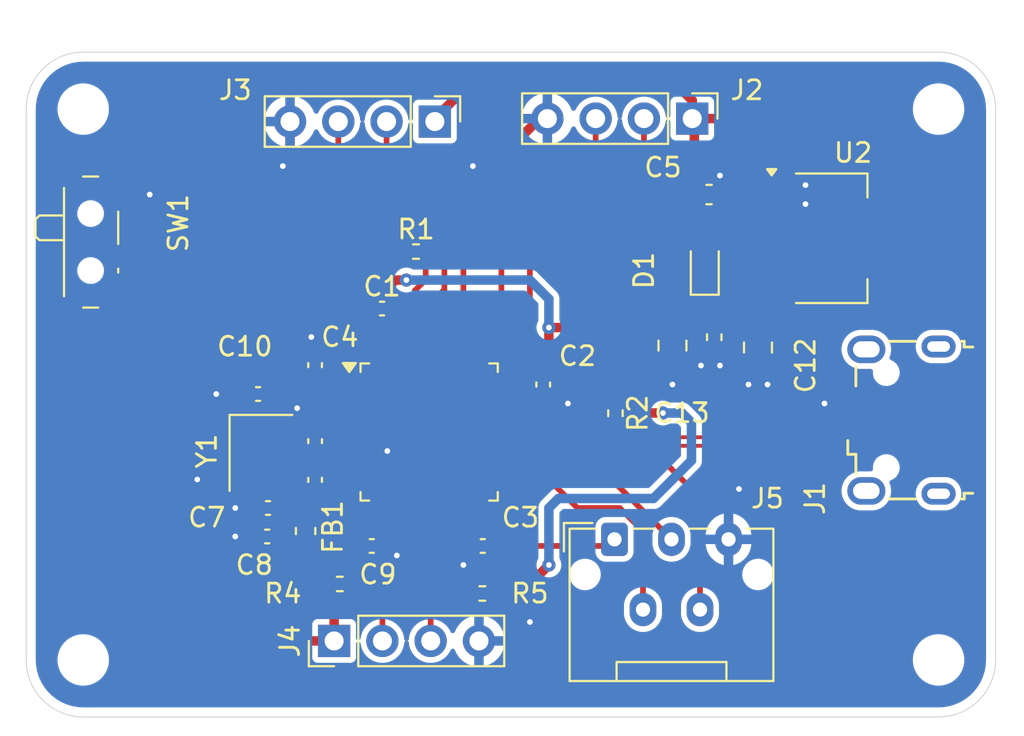
<source format=kicad_pcb>
(kicad_pcb (version 20240108) (generator "pcbnew") (generator_version "8.0")
  (layers (0 "F.Cu" signal) (31 "B.Cu" power) (34 "B.Paste" user) (35 "F.Paste" user) (36 "B.SilkS" user "B.Silkscreen") (37 "F.SilkS" user "F.Silkscreen") (38 "B.Mask" user) (39 "F.Mask" user) (44 "Edge.Cuts" user))
  (net 0 "")
  (net 1 "+3.3V")
  (net 2 "GND")
  (net 3 "+3.3VA")
  (net 4 "/NRST")
  (net 5 "/HSE_IN")
  (net 6 "/HSE_OUT")
  (net 7 "VBUS")
  (net 8 "Net-(D1-K)")
  (net 14 "/USB_D-")
  (net 15 "/USB_D+")
  (net 16 "/SWDIO")
  (net 17 "/SWCLK")
  (net 18 "/USART1_TX")
  (net 19 "/USART1_RX")
  (net 20 "/I2C2_SCL")
  (net 21 "/I2C2_SDA")
  (net 22 "/SPI2_MOSI")
  (net 23 "/SPI2_MISO")
  (net 24 "/SPI2_SCK")
  (net 25 "/BOOT0")
  (net 26 "/SW_BOOT0")
  (footprint "Package_TO_SOT_SMD:SOT-223-3_TabPin2" (layer "F.Cu") (at 190.85 112.8)
    (property "Reference" "U2" (at 1.15 -4.5 0) (layer "F.SilkS"))
    (property "Value" "AMS1117")
    (pad "1" smd roundrect (at -3.15 -2.3) (size 2 1.5) (layers "F.Cu" "F.Paste" "F.Mask") (net 2 "GND"))
    (pad "2" smd roundrect (at -3.15 0) (size 2 1.5) (layers "F.Cu" "F.Paste" "F.Mask") (net 1 "+3.3V"))
    (pad "2" smd roundrect (at 3.15 0) (size 2 3.8) (layers "F.Cu" "F.Paste" "F.Mask") (net 1 "+3.3V"))
    (pad "3" smd roundrect (at -3.15 2.3) (size 2 1.5) (layers "F.Cu" "F.Paste" "F.Mask") (net 7 "VBUS"))
  )
  (footprint "MountingHole:MountingHole_2.2mm_M2" (layer "F.Cu") (at 151.5 106)
    (property "Reference" "H1" (hide yes))
    (property "Value" "MountingHole" (hide yes))
    (pad "" np_thru_hole circle (at 0 0) (size 2.2 2.2) (drill 2.2) (layers "*.Cu" "*.Mask"))
  )
  (footprint "Capacitor_SMD:C_0402_1005Metric" (layer "F.Cu") (at 175.7 120.5 -90)
    (property "Reference" "C2" (at -1.5 -1.8 180) (layer "F.SilkS"))
    (property "Value" "100n")
    (pad "1" smd roundrect (at -0.48 0 270) (size 0.56 0.62) (layers "F.Cu" "F.Paste" "F.Mask") (net 1 "+3.3V"))
    (pad "2" smd roundrect (at 0.48 0 270) (size 0.56 0.62) (layers "F.Cu" "F.Paste" "F.Mask") (net 2 "GND"))
  )
  (footprint "Connector_PinHeader_2.54mm:PinHeader_1x04_P2.54mm_Vertical" (layer "F.Cu") (at 170 106.655 -90)
    (property "Reference" "J3" (at -1.655 10.5 0) (layer "F.SilkS"))
    (property "Value" "Conn_01x04_Pin")
    (pad "1" thru_hole rect (at 0 0 270) (size 1.7 1.7) (drill 1) (layers "*.Cu" "*.Mask") (net 1 "+3.3V"))
    (pad "2" thru_hole oval (at 0 2.54 270) (size 1.7 1.7) (drill 1) (layers "*.Cu" "*.Mask") (net 18 "/USART1_TX"))
    (pad "3" thru_hole oval (at 0 5.08 270) (size 1.7 1.7) (drill 1) (layers "*.Cu" "*.Mask") (net 19 "/USART1_RX"))
    (pad "4" thru_hole oval (at 0 7.62 270) (size 1.7 1.7) (drill 1) (layers "*.Cu" "*.Mask") (net 2 "GND"))
  )
  (footprint "Resistor_SMD:R_0402_1005Metric" (layer "F.Cu") (at 169.01 113.5)
    (property "Reference" "R1" (at 0 -1.17 0) (layer "F.SilkS"))
    (property "Value" "10k" (hide yes))
    (pad "1" smd roundrect (at -0.51 0) (size 0.54 0.64) (layers "F.Cu" "F.Paste" "F.Mask") (net 26 "/SW_BOOT0"))
    (pad "2" smd roundrect (at 0.51 0) (size 0.54 0.64) (layers "F.Cu" "F.Paste" "F.Mask") (net 25 "/BOOT0"))
  )
  (footprint "Package_QFP:LQFP-48_7x7mm_P0.5mm" (layer "F.Cu") (at 169.7 123)
    (property "Reference" "U1" (hide yes))
    (property "Value" "STM32F103C8T6" (hide yes))
    (pad "1" smd roundrect (at -4.1625 -2.75) (size 1.475 0.3) (layers "F.Cu" "F.Paste" "F.Mask") (net 1 "+3.3V"))
    (pad "2" smd roundrect (at -4.1625 -2.25) (size 1.475 0.3) (layers "F.Cu" "F.Paste" "F.Mask"))
    (pad "3" smd roundrect (at -4.1625 -1.75) (size 1.475 0.3) (layers "F.Cu" "F.Paste" "F.Mask"))
    (pad "4" smd roundrect (at -4.1625 -1.25) (size 1.475 0.3) (layers "F.Cu" "F.Paste" "F.Mask"))
    (pad "5" smd roundrect (at -4.1625 -0.75) (size 1.475 0.3) (layers "F.Cu" "F.Paste" "F.Mask") (net 5 "/HSE_IN"))
    (pad "6" smd roundrect (at -4.1625 -0.25) (size 1.475 0.3) (layers "F.Cu" "F.Paste" "F.Mask") (net 6 "/HSE_OUT"))
    (pad "7" smd roundrect (at -4.1625 0.25) (size 1.475 0.3) (layers "F.Cu" "F.Paste" "F.Mask") (net 4 "/NRST"))
    (pad "8" smd roundrect (at -4.1625 0.75) (size 1.475 0.3) (layers "F.Cu" "F.Paste" "F.Mask") (net 2 "GND"))
    (pad "9" smd roundrect (at -4.1625 1.25) (size 1.475 0.3) (layers "F.Cu" "F.Paste" "F.Mask") (net 3 "+3.3VA"))
    (pad "10" smd roundrect (at -4.1625 1.75) (size 1.475 0.3) (layers "F.Cu" "F.Paste" "F.Mask"))
    (pad "11" smd roundrect (at -4.1625 2.25) (size 1.475 0.3) (layers "F.Cu" "F.Paste" "F.Mask"))
    (pad "12" smd roundrect (at -4.1625 2.75) (size 1.475 0.3) (layers "F.Cu" "F.Paste" "F.Mask"))
    (pad "13" smd roundrect (at -2.75 4.1625) (size 0.3 1.475) (layers "F.Cu" "F.Paste" "F.Mask"))
    (pad "14" smd roundrect (at -2.25 4.1625) (size 0.3 1.475) (layers "F.Cu" "F.Paste" "F.Mask"))
    (pad "15" smd roundrect (at -1.75 4.1625) (size 0.3 1.475) (layers "F.Cu" "F.Paste" "F.Mask"))
    (pad "16" smd roundrect (at -1.25 4.1625) (size 0.3 1.475) (layers "F.Cu" "F.Paste" "F.Mask"))
    (pad "17" smd roundrect (at -0.75 4.1625) (size 0.3 1.475) (layers "F.Cu" "F.Paste" "F.Mask"))
    (pad "18" smd roundrect (at -0.25 4.1625) (size 0.3 1.475) (layers "F.Cu" "F.Paste" "F.Mask"))
    (pad "19" smd roundrect (at 0.25 4.1625) (size 0.3 1.475) (layers "F.Cu" "F.Paste" "F.Mask"))
    (pad "20" smd roundrect (at 0.75 4.1625) (size 0.3 1.475) (layers "F.Cu" "F.Paste" "F.Mask"))
    (pad "21" smd roundrect (at 1.25 4.1625) (size 0.3 1.475) (layers "F.Cu" "F.Paste" "F.Mask") (net 20 "/I2C2_SCL"))
    (pad "22" smd roundrect (at 1.75 4.1625) (size 0.3 1.475) (layers "F.Cu" "F.Paste" "F.Mask") (net 21 "/I2C2_SDA"))
    (pad "23" smd roundrect (at 2.25 4.1625) (size 0.3 1.475) (layers "F.Cu" "F.Paste" "F.Mask") (net 2 "GND"))
    (pad "24" smd roundrect (at 2.75 4.1625) (size 0.3 1.475) (layers "F.Cu" "F.Paste" "F.Mask") (net 1 "+3.3V"))
    (pad "25" smd roundrect (at 4.1625 2.75) (size 1.475 0.3) (layers "F.Cu" "F.Paste" "F.Mask"))
    (pad "26" smd roundrect (at 4.1625 2.25) (size 1.475 0.3) (layers "F.Cu" "F.Paste" "F.Mask") (net 24 "/SPI2_SCK"))
    (pad "27" smd roundrect (at 4.1625 1.75) (size 1.475 0.3) (layers "F.Cu" "F.Paste" "F.Mask") (net 23 "/SPI2_MISO"))
    (pad "28" smd roundrect (at 4.1625 1.25) (size 1.475 0.3) (layers "F.Cu" "F.Paste" "F.Mask") (net 22 "/SPI2_MOSI"))
    (pad "29" smd roundrect (at 4.1625 0.75) (size 1.475 0.3) (layers "F.Cu" "F.Paste" "F.Mask"))
    (pad "30" smd roundrect (at 4.1625 0.25) (size 1.475 0.3) (layers "F.Cu" "F.Paste" "F.Mask"))
    (pad "31" smd roundrect (at 4.1625 -0.25) (size 1.475 0.3) (layers "F.Cu" "F.Paste" "F.Mask"))
    (pad "32" smd roundrect (at 4.1625 -0.75) (size 1.475 0.3) (layers "F.Cu" "F.Paste" "F.Mask") (net 14 "/USB_D-"))
    (pad "33" smd roundrect (at 4.1625 -1.25) (size 1.475 0.3) (layers "F.Cu" "F.Paste" "F.Mask") (net 15 "/USB_D+"))
    (pad "34" smd roundrect (at 4.1625 -1.75) (size 1.475 0.3) (layers "F.Cu" "F.Paste" "F.Mask") (net 16 "/SWDIO"))
    (pad "35" smd roundrect (at 4.1625 -2.25) (size 1.475 0.3) (layers "F.Cu" "F.Paste" "F.Mask") (net 2 "GND"))
    (pad "36" smd roundrect (at 4.1625 -2.75) (size 1.475 0.3) (layers "F.Cu" "F.Paste" "F.Mask") (net 1 "+3.3V"))
    (pad "37" smd roundrect (at 2.75 -4.1625) (size 0.3 1.475) (layers "F.Cu" "F.Paste" "F.Mask") (net 17 "/SWCLK"))
    (pad "38" smd roundrect (at 2.25 -4.1625) (size 0.3 1.475) (layers "F.Cu" "F.Paste" "F.Mask"))
    (pad "39" smd roundrect (at 1.75 -4.1625) (size 0.3 1.475) (layers "F.Cu" "F.Paste" "F.Mask"))
    (pad "40" smd roundrect (at 1.25 -4.1625) (size 0.3 1.475) (layers "F.Cu" "F.Paste" "F.Mask"))
    (pad "41" smd roundrect (at 0.75 -4.1625) (size 0.3 1.475) (layers "F.Cu" "F.Paste" "F.Mask"))
    (pad "42" smd roundrect (at 0.25 -4.1625) (size 0.3 1.475) (layers "F.Cu" "F.Paste" "F.Mask") (net 18 "/USART1_TX"))
    (pad "43" smd roundrect (at -0.25 -4.1625) (size 0.3 1.475) (layers "F.Cu" "F.Paste" "F.Mask") (net 19 "/USART1_RX"))
    (pad "44" smd roundrect (at -0.75 -4.1625) (size 0.3 1.475) (layers "F.Cu" "F.Paste" "F.Mask") (net 25 "/BOOT0"))
    (pad "45" smd roundrect (at -1.25 -4.1625) (size 0.3 1.475) (layers "F.Cu" "F.Paste" "F.Mask"))
    (pad "46" smd roundrect (at -1.75 -4.1625) (size 0.3 1.475) (layers "F.Cu" "F.Paste" "F.Mask"))
    (pad "47" smd roundrect (at -2.25 -4.1625) (size 0.3 1.475) (layers "F.Cu" "F.Paste" "F.Mask") (net 2 "GND"))
    (pad "48" smd roundrect (at -2.75 -4.1625) (size 0.3 1.475) (layers "F.Cu" "F.Paste" "F.Mask") (net 1 "+3.3V"))
  )
  (footprint "Connector_PinHeader_2.54mm:PinHeader_1x04_P2.54mm_Vertical" (layer "F.Cu") (at 164.7 134 90)
    (property "Reference" "J4" (at 0 -2.33 90) (layer "F.SilkS"))
    (property "Value" "Conn_01x04_Pin" (hide yes))
    (pad "1" thru_hole rect (at 0 0 90) (size 1.7 1.7) (drill 1) (layers "*.Cu" "*.Mask") (net 1 "+3.3V"))
    (pad "2" thru_hole oval (at 0 2.54 90) (size 1.7 1.7) (drill 1) (layers "*.Cu" "*.Mask") (net 20 "/I2C2_SCL"))
    (pad "3" thru_hole oval (at 0 5.08 90) (size 1.7 1.7) (drill 1) (layers "*.Cu" "*.Mask") (net 21 "/I2C2_SDA"))
    (pad "4" thru_hole oval (at 0 7.62 90) (size 1.7 1.7) (drill 1) (layers "*.Cu" "*.Mask") (net 2 "GND"))
  )
  (footprint "Connector_PinHeader_2.54mm:PinHeader_1x04_P2.54mm_Vertical" (layer "F.Cu") (at 183.54 106.5 -90)
    (property "Reference" "J2" (at -1.5 -2.88 180) (layer "F.SilkS"))
    (property "Value" "Conn_01x04_Pin")
    (pad "1" thru_hole rect (at 0 0 270) (size 1.7 1.7) (drill 1) (layers "*.Cu" "*.Mask") (net 1 "+3.3V"))
    (pad "2" thru_hole oval (at 0 2.54 270) (size 1.7 1.7) (drill 1) (layers "*.Cu" "*.Mask") (net 16 "/SWDIO"))
    (pad "3" thru_hole oval (at 0 5.08 270) (size 1.7 1.7) (drill 1) (layers "*.Cu" "*.Mask") (net 17 "/SWCLK"))
    (pad "4" thru_hole oval (at 0 7.62 270) (size 1.7 1.7) (drill 1) (layers "*.Cu" "*.Mask") (net 2 "GND"))
  )
  (footprint "Inductor_SMD:L_0603_1608Metric" (layer "F.Cu") (at 163.2 128.2125 -90)
    (property "Reference" "FB1" (at -0.2125 -1.43 90) (layer "F.SilkS"))
    (property "Value" "120R")
    (pad "1" smd roundrect (at -0.7875 0 270) (size 0.875 0.95) (layers "F.Cu" "F.Paste" "F.Mask") (net 3 "+3.3VA"))
    (pad "2" smd roundrect (at 0.7875 0 270) (size 0.875 0.95) (layers "F.Cu" "F.Paste" "F.Mask") (net 1 "+3.3V"))
  )
  (footprint "Capacitor_SMD:C_0805_2012Metric" (layer "F.Cu") (at 187 118.55 -90)
    (property "Reference" "C12" (at 0.95 -2.5 90) (layer "F.SilkS"))
    (property "Value" "22u")
    (pad "1" smd roundrect (at -0.95 0 270) (size 1 1.45) (layers "F.Cu" "F.Paste" "F.Mask") (net 7 "VBUS"))
    (pad "2" smd roundrect (at 0.95 0 270) (size 1 1.45) (layers "F.Cu" "F.Paste" "F.Mask") (net 2 "GND"))
  )
  (footprint "Capacitor_SMD:C_0402_1005Metric" (layer "F.Cu") (at 163.7 123.48 -90)
    (property "Reference" "C11" (hide yes))
    (property "Value" "10p")
    (pad "1" smd roundrect (at -0.48 0 270) (size 0.56 0.62) (layers "F.Cu" "F.Paste" "F.Mask") (net 6 "/HSE_OUT"))
    (pad "2" smd roundrect (at 0.48 0 270) (size 0.56 0.62) (layers "F.Cu" "F.Paste" "F.Mask") (net 2 "GND"))
  )
  (footprint "Connector_JST:JST_ZE_S05B-ZESK-2D_1x05_P1.50mm_Horizontal" (layer "F.Cu") (at 179.45 128.65)
    (property "Reference" "J5" (at 8.05 -2.15 0) (layer "F.SilkS"))
    (property "Value" "Conn_01x05_Pin")
    (pad "" np_thru_hole circle (at -1.55 1.85) (size 1.15 1.15) (drill 1.15) (layers "*.Cu" "*.Mask"))
    (pad "" np_thru_hole circle (at 7.55 1.85) (size 1.15 1.15) (drill 1.15) (layers "*.Cu" "*.Mask"))
    (pad "1" thru_hole roundrect (at 0 0) (size 1.4 1.75) (drill 0.75) (layers "*.Cu" "*.Mask") (roundrect_rratio 0.178571) (net 1 "+3.3V"))
    (pad "2" thru_hole oval (at 1.5 3.7) (size 1.4 1.75) (drill 0.75) (layers "*.Cu" "*.Mask") (net 24 "/SPI2_SCK"))
    (pad "3" thru_hole oval (at 3 0) (size 1.4 1.75) (drill 0.75) (layers "*.Cu" "*.Mask") (net 23 "/SPI2_MISO"))
    (pad "4" thru_hole oval (at 4.5 3.7) (size 1.4 1.75) (drill 0.75) (layers "*.Cu" "*.Mask") (net 22 "/SPI2_MOSI"))
    (pad "5" thru_hole oval (at 6 0) (size 1.4 1.75) (drill 0.75) (layers "*.Cu" "*.Mask") (net 2 "GND"))
  )
  (footprint "Capacitor_SMD:C_0402_1005Metric" (layer "F.Cu") (at 161.22 127 180)
    (property "Reference" "C7" (at 3.22 -0.5 180) (layer "F.SilkS"))
    (property "Value" "1u")
    (pad "1" smd roundrect (at -0.48 0 180) (size 0.56 0.62) (layers "F.Cu" "F.Paste" "F.Mask") (net 3 "+3.3VA"))
    (pad "2" smd roundrect (at 0.48 0 180) (size 0.56 0.62) (layers "F.Cu" "F.Paste" "F.Mask") (net 2 "GND"))
  )
  (footprint "Crystal:Crystal_SMD_3225-4Pin_3.2x2.5mm" (layer "F.Cu") (at 160.85 124.1 -90)
    (property "Reference" "Y1" (at -0.1 2.85 90) (layer "F.SilkS"))
    (property "Value" "16 MHz")
    (pad "1" smd rect (at -1.1 0.85 270) (size 1.4 1.2) (layers "F.Cu" "F.Paste" "F.Mask") (net 5 "/HSE_IN"))
    (pad "2" smd rect (at 1.1 0.85 270) (size 1.4 1.2) (layers "F.Cu" "F.Paste" "F.Mask") (net 2 "GND"))
    (pad "3" smd rect (at 1.1 -0.85 270) (size 1.4 1.2) (layers "F.Cu" "F.Paste" "F.Mask") (net 6 "/HSE_OUT"))
    (pad "4" smd rect (at -1.1 -0.85 270) (size 1.4 1.2) (layers "F.Cu" "F.Paste" "F.Mask") (net 2 "GND"))
  )
  (footprint "Resistor_SMD:R_0402_1005Metric" (layer "F.Cu") (at 184.7 118.01 -90)
    (property "Reference" "R3" (hide yes))
    (property "Value" "1k5")
    (pad "1" smd roundrect (at -0.51 0 270) (size 0.54 0.64) (layers "F.Cu" "F.Paste" "F.Mask") (net 8 "Net-(D1-K)"))
    (pad "2" smd roundrect (at 0.51 0 270) (size 0.54 0.64) (layers "F.Cu" "F.Paste" "F.Mask") (net 2 "GND"))
  )
  (footprint "Capacitor_SMD:C_0603_1608Metric" (layer "F.Cu") (at 184.425 110.5)
    (property "Reference" "C5" (at -2.425 -1.43 0) (layer "F.SilkS"))
    (property "Value" "10u")
    (pad "1" smd roundrect (at -0.775 0) (size 0.9 0.95) (layers "F.Cu" "F.Paste" "F.Mask") (net 1 "+3.3V"))
    (pad "2" smd roundrect (at 0.775 0) (size 0.9 0.95) (layers "F.Cu" "F.Paste" "F.Mask") (net 2 "GND"))
  )
  (footprint "MountingHole:MountingHole_2.2mm_M2" (layer "F.Cu") (at 196.5 135)
    (property "Reference" "H3" (hide yes))
    (property "Value" "MountingHole" (hide yes))
    (pad "" np_thru_hole circle (at 0 0) (size 2.2 2.2) (drill 2.2) (layers "*.Cu" "*.Mask"))
  )
  (footprint "Capacitor_SMD:C_0402_1005Metric" (layer "F.Cu") (at 160.7 121 180)
    (property "Reference" "C10" (at 0.7 2.5 180) (layer "F.SilkS"))
    (property "Value" "10p" (hide yes))
    (pad "1" smd roundrect (at -0.48 0 180) (size 0.56 0.62) (layers "F.Cu" "F.Paste" "F.Mask") (net 5 "/HSE_IN"))
    (pad "2" smd roundrect (at 0.48 0 180) (size 0.56 0.62) (layers "F.Cu" "F.Paste" "F.Mask") (net 2 "GND"))
  )
  (footprint "Capacitor_SMD:C_0402_1005Metric" (layer "F.Cu") (at 166.68 129 180)
    (property "Reference" "C9" (at -0.32 -1.5 180) (layer "F.SilkS"))
    (property "Value" "100n")
    (pad "1" smd roundrect (at -0.48 0 180) (size 0.56 0.62) (layers "F.Cu" "F.Paste" "F.Mask") (net 2 "GND"))
    (pad "2" smd roundrect (at 0.48 0 180) (size 0.56 0.62) (layers "F.Cu" "F.Paste" "F.Mask") (net 4 "/NRST"))
  )
  (footprint "Capacitor_SMD:C_0805_2012Metric" (layer "F.Cu") (at 182.5 118.45 -90)
    (property "Reference" "C13" (at 3.55 -0.5 180) (layer "F.SilkS"))
    (property "Value" "22u")
    (pad "1" smd roundrect (at -0.95 0 270) (size 1 1.45) (layers "F.Cu" "F.Paste" "F.Mask") (net 1 "+3.3V"))
    (pad "2" smd roundrect (at 0.95 0 270) (size 1 1.45) (layers "F.Cu" "F.Paste" "F.Mask") (net 2 "GND"))
  )
  (footprint "Capacitor_SMD:C_0402_1005Metric" (layer "F.Cu") (at 167.22 116.5)
    (property "Reference" "C1" (at 0 -1.16 0) (layer "F.SilkS"))
    (property "Value" "100n" (hide yes))
    (pad "1" smd roundrect (at -0.48 0) (size 0.56 0.62) (layers "F.Cu" "F.Paste" "F.Mask") (net 1 "+3.3V"))
    (pad "2" smd roundrect (at 0.48 0) (size 0.56 0.62) (layers "F.Cu" "F.Paste" "F.Mask") (net 2 "GND"))
  )
  (footprint "Button_Switch_SMD:SW_SPDT_PCM12" (layer "F.Cu") (at 152.22 113 -90)
    (property "Reference" "SW1" (at -1 -4.28 90) (layer "F.SilkS"))
    (property "Value" "SW_SPDT")
    (pad "" smd rect (at -3.65 -0.78 270) (size 1 0.8) (layers "F.Cu" "F.Paste" "F.Mask"))
    (pad "" smd rect (at -3.65 1.43 270) (size 1 0.8) (layers "F.Cu" "F.Paste" "F.Mask"))
    (pad "" np_thru_hole circle (at -1.5 0.33 270) (size 0.9 0.9) (drill 0.9) (layers "*.Cu" "*.Mask"))
    (pad "" np_thru_hole circle (at 1.5 0.33 270) (size 0.9 0.9) (drill 0.9) (layers "*.Cu" "*.Mask"))
    (pad "" smd rect (at 3.65 -0.78 270) (size 1 0.8) (layers "F.Cu" "F.Paste" "F.Mask"))
    (pad "" smd rect (at 3.65 1.43 270) (size 1 0.8) (layers "F.Cu" "F.Paste" "F.Mask"))
    (pad "1" smd rect (at -2.25 -1.43 270) (size 0.7 1.5) (layers "F.Cu" "F.Paste" "F.Mask") (net 2 "GND"))
    (pad "2" smd rect (at 0.75 -1.43 270) (size 0.7 1.5) (layers "F.Cu" "F.Paste" "F.Mask") (net 26 "/SW_BOOT0"))
    (pad "3" smd rect (at 2.25 -1.43 270) (size 0.7 1.5) (layers "F.Cu" "F.Paste" "F.Mask") (net 1 "+3.3V"))
  )
  (footprint "Capacitor_SMD:C_0402_1005Metric" (layer "F.Cu") (at 172.52 129 180)
    (property "Reference" "C3" (at -1.98 1.5 180) (layer "F.SilkS"))
    (property "Value" "100n" (hide yes))
    (pad "1" smd roundrect (at -0.48 0 180) (size 0.56 0.62) (layers "F.Cu" "F.Paste" "F.Mask") (net 1 "+3.3V"))
    (pad "2" smd roundrect (at 0.48 0 180) (size 0.56 0.62) (layers "F.Cu" "F.Paste" "F.Mask") (net 2 "GND"))
  )
  (footprint "Connector_USB:USB_Micro-B_Wuerth_629105150521" (layer "F.Cu") (at 194.55 122.375 90)
    (property "Reference" "J1" (at -4.125 -4.55 -90) (layer "F.SilkS"))
    (property "Value" "USB_B_Micro")
    (pad "" np_thru_hole oval (at -2.5 -0.8 90) (size 0.8 0.8) (drill 0.8) (layers "*.Cu" "*.Mask"))
    (pad "" np_thru_hole oval (at 2.5 -0.8 90) (size 0.8 0.8) (drill 0.8) (layers "*.Cu" "*.Mask"))
    (pad "1" smd rect (at -1.3 -1.9 90) (size 0.45 1.3) (layers "F.Cu" "F.Paste" "F.Mask") (net 7 "VBUS"))
    (pad "2" smd rect (at -0.65 -1.9 90) (size 0.45 1.3) (layers "F.Cu" "F.Paste" "F.Mask") (net 14 "/USB_D-"))
    (pad "3" smd rect (at 0 -1.9 90) (size 0.45 1.3) (layers "F.Cu" "F.Paste" "F.Mask") (net 15 "/USB_D+"))
    (pad "4" smd rect (at 0.65 -1.9 90) (size 0.45 1.3) (layers "F.Cu" "F.Paste" "F.Mask"))
    (pad "5" smd rect (at 1.3 -1.9 90) (size 0.45 1.3) (layers "F.Cu" "F.Paste" "F.Mask") (net 2 "GND"))
    (pad "6" thru_hole oval (at -3.875 1.95 90) (size 1.15 1.8) (drill oval 0.55 1.2) (layers "*.Cu" "*.Mask"))
    (pad "6" thru_hole oval (at -3.725 -1.85 90) (size 1.45 2) (drill oval 0.85 1.4) (layers "*.Cu" "*.Mask"))
    (pad "6" thru_hole oval (at 3.725 -1.85 90) (size 1.45 2) (drill oval 0.85 1.4) (layers "*.Cu" "*.Mask"))
    (pad "6" thru_hole oval (at 3.875 1.95 90) (size 1.15 1.8) (drill oval 0.55 1.2) (layers "*.Cu" "*.Mask"))
  )
  (footprint "Resistor_SMD:R_0402_1005Metric" (layer "F.Cu") (at 172.5 131.5 180)
    (property "Reference" "R5" (at -2.5 0 180) (layer "F.SilkS"))
    (property "Value" "1k5" (hide yes))
    (pad "1" smd roundrect (at -0.51 0 180) (size 0.54 0.64) (layers "F.Cu" "F.Paste" "F.Mask") (net 1 "+3.3V"))
    (pad "2" smd roundrect (at 0.51 0 180) (size 0.54 0.64) (layers "F.Cu" "F.Paste" "F.Mask") (net 21 "/I2C2_SDA"))
  )
  (footprint "Capacitor_SMD:C_0402_1005Metric" (layer "F.Cu") (at 163.7 119.48 90)
    (property "Reference" "C4" (at 1.48 1.3 0) (layer "F.SilkS"))
    (property "Value" "100n" (hide yes))
    (pad "1" smd roundrect (at -0.48 0 90) (size 0.56 0.62) (layers "F.Cu" "F.Paste" "F.Mask") (net 1 "+3.3V"))
    (pad "2" smd roundrect (at 0.48 0 90) (size 0.56 0.62) (layers "F.Cu" "F.Paste" "F.Mask") (net 2 "GND"))
  )
  (footprint "Resistor_SMD:R_0402_1005Metric" (layer "F.Cu") (at 179.5 122.01 -90)
    (property "Reference" "R2" (at 0 -1.17 90) (layer "F.SilkS"))
    (property "Value" "1k5" (hide yes))
    (pad "1" smd roundrect (at -0.51 0 270) (size 0.54 0.64) (layers "F.Cu" "F.Paste" "F.Mask") (net 1 "+3.3V"))
    (pad "2" smd roundrect (at 0.51 0 270) (size 0.54 0.64) (layers "F.Cu" "F.Paste" "F.Mask") (net 15 "/USB_D+"))
  )
  (footprint "MountingHole:MountingHole_2.2mm_M2" (layer "F.Cu") (at 196.5 106)
    (property "Reference" "H2" (hide yes))
    (property "Value" "MountingHole" (hide yes))
    (pad "" np_thru_hole circle (at 0 0) (size 2.2 2.2) (drill 2.2) (layers "*.Cu" "*.Mask"))
  )
  (footprint "Resistor_SMD:R_0402_1005Metric" (layer "F.Cu") (at 165 131)
    (property "Reference" "R4" (at -3 0.5 0) (layer "F.SilkS"))
    (property "Value" "1k5" (hide yes))
    (pad "1" smd roundrect (at -0.51 0) (size 0.54 0.64) (layers "F.Cu" "F.Paste" "F.Mask") (net 1 "+3.3V"))
    (pad "2" smd roundrect (at 0.51 0) (size 0.54 0.64) (layers "F.Cu" "F.Paste" "F.Mask") (net 20 "/I2C2_SCL"))
  )
  (footprint "MountingHole:MountingHole_2.2mm_M2" (layer "F.Cu") (at 151.5 135)
    (property "Reference" "H4" (hide yes))
    (property "Value" "MountingHole" (hide yes))
    (pad "" np_thru_hole circle (at 0 0) (size 2.2 2.2) (drill 2.2) (layers "*.Cu" "*.Mask"))
  )
  (footprint "LED_SMD:LED_0603_1608Metric" (layer "F.Cu") (at 184.2 114.2875 90)
    (property "Reference" "D1" (at -0.2125 -3.2 -90) (layer "F.SilkS"))
    (property "Value" "RED")
    (pad "1" smd roundrect (at -0.7875 0 90) (size 0.875 0.95) (layers "F.Cu" "F.Paste" "F.Mask") (net 8 "Net-(D1-K)"))
    (pad "2" smd roundrect (at 0.7875 0 90) (size 0.875 0.95) (layers "F.Cu" "F.Paste" "F.Mask") (net 1 "+3.3V"))
  )
  (footprint "Capacitor_SMD:C_0402_1005Metric" (layer "F.Cu") (at 163.7 125.52 -90)
    (property "Reference" "C6" (hide yes))
    (property "Value" "10n")
    (pad "1" smd roundrect (at -0.48 0 270) (size 0.56 0.62) (layers "F.Cu" "F.Paste" "F.Mask") (net 2 "GND"))
    (pad "2" smd roundrect (at 0.48 0 270) (size 0.56 0.62) (layers "F.Cu" "F.Paste" "F.Mask") (net 3 "+3.3VA"))
  )
  (footprint "Capacitor_SMD:C_0402_1005Metric" (layer "F.Cu") (at 161.18 128.5 180)
    (property "Reference" "C8" (at 0.68 -1.5 180) (layer "F.SilkS"))
    (property "Value" "1u")
    (pad "1" smd roundrect (at -0.48 0 180) (size 0.56 0.62) (layers "F.Cu" "F.Paste" "F.Mask") (net 1 "+3.3V"))
    (pad "2" smd roundrect (at 0.48 0 180) (size 0.56 0.62) (layers "F.Cu" "F.Paste" "F.Mask") (net 2 "GND"))
  )
  (gr_line (start 148.5 135) (end 148.5 106) (stroke (width 0.05)) (layer "Edge.Cuts"))
  (gr_arc (start 148.5 106) (mid 149.37868 103.87868) (end 151.5 103) (stroke (width 0.05)) (layer "Edge.Cuts"))
  (gr_line (start 151.5 103) (end 196.5 103) (stroke (width 0.05)) (layer "Edge.Cuts"))
  (gr_arc (start 196.5 103) (mid 198.62132 103.87868) (end 199.5 106) (stroke (width 0.05)) (layer "Edge.Cuts"))
  (gr_line (start 151.5 138) (end 196.5 138) (stroke (width 0.05)) (layer "Edge.Cuts"))
  (gr_arc (start 151.5 138) (mid 149.37868 137.12132) (end 148.5 135) (stroke (width 0.05)) (layer "Edge.Cuts"))
  (gr_line (start 199.5 106) (end 199.5 135) (stroke (width 0.05)) (layer "Edge.Cuts"))
  (gr_arc (start 199.5 135) (mid 198.62132 137.12132) (end 196.5 138) (stroke (width 0.05)) (layer "Edge.Cuts"))
  (segment (start 173 129) (end 179.1 129) (width 0.3) (layer "F.Cu") (net 1))
  (segment (start 187.7 106.5) (end 183.54 106.5) (width 0.5) (layer "F.Cu") (net 1))
  (segment (start 163.2 129) (end 163 129) (width 0.3) (layer "F.Cu") (net 1))
  (segment (start 163 129) (end 162.5 128.5) (width 0.3) (layer "F.Cu") (net 1))
  (segment (start 176 117.5) (end 176 119.72) (width 0.5) (layer "F.Cu") (net 1))
  (segment (start 184.2 112.2) (end 183.65 111.65) (width 0.5) (layer "F.Cu") (net 1))
  (segment (start 166.74 116.5) (end 166.74 116.190001) (width 0.5) (layer "F.Cu") (net 1))
  (segment (start 181 122) (end 180 121) (width 0.5) (layer "F.Cu") (net 1))
  (segment (start 180.5 110.5) (end 183.65 110.5) (width 0.5) (layer "F.Cu") (net 1))
  (segment (start 175.7 120.02) (end 178.02 120.02) (width 0.5) (layer "F.Cu") (net 1))
  (segment (start 166.74 116.190001) (end 167.930001 115) (width 0.5) (layer "F.Cu") (net 1))
  (segment (start 182 122) (end 181 122) (width 0.5) (layer "F.Cu") (net 1))
  (segment (start 180 118.5) (end 181 117.5) (width 0.5) (layer "F.Cu") (net 1))
  (segment (start 183.65 106.61) (end 183.54 106.5) (width 0.5) (layer "F.Cu") (net 1))
  (segment (start 159.5 116.5) (end 166.74 116.5) (width 0.5) (layer "F.Cu") (net 1))
  (segment (start 164.49 131) (end 164 131) (width 0.5) (layer "F.Cu") (net 1))
  (segment (start 182.5 114) (end 183 113.5) (width 0.5) (layer "F.Cu") (net 1))
  (segment (start 156 120) (end 156 130) (width 0.5) (layer "F.Cu") (net 1))
  (segment (start 173.01 131.5) (end 173.01 129.01) (width 0.3) (layer "F.Cu") (net 1))
  (segment (start 182.5 117.5) (end 182.5 114) (width 0.5) (layer "F.Cu") (net 1))
  (segment (start 157.75 118.25) (end 159.46 119.96) (width 0.5) (layer "F.Cu") (net 1))
  (segment (start 157.75 118.25) (end 159.5 116.5) (width 0.5) (layer "F.Cu") (net 1))
  (segment (start 183.65 111.65) (end 183.65 110.5) (width 0.5) (layer "F.Cu") (net 1))
  (segment (start 164.49 132.49) (end 164.49 131) (width 0.5) (layer "F.Cu") (net 1))
  (segment (start 156 130) (end 160 134) (width 0.5) (layer "F.Cu") (net 1))
  (segment (start 184.2 113.5) (end 184.2 112.2) (width 0.5) (layer "F.Cu") (net 1))
  (segment (start 180 121) (end 180 118.5) (width 0.5) (layer "F.Cu") (net 1))
  (segment (start 170 106.5) (end 170 106.655) (width 0.5) (layer "F.Cu") (net 1))
  (segment (start 165.5375 120.25) (end 163.99 120.25) (width 0.3) (layer "F.Cu") (net 1))
  (segment (start 154.75 115.25) (end 157.75 118.25) (width 0.5) (layer "F.Cu") (net 1))
  (segment (start 159.46 119.96) (end 163.7 119.96) (width 0.5) (layer "F.Cu") (net 1))
  (segment (start 153.65 115.25) (end 154.75 115.25) (width 0.5) (layer "F.Cu") (net 1))
  (segment (start 175.5 130.5) (end 176 130) (width 0.5) (layer "F.Cu") (net 1))
  (segment (start 179.5 116) (end 179.5 111.5) (width 0.5) (layer "F.Cu") (net 1))
  (segment (start 162.5 128.5) (end 161.66 128.5) (width 0.3) (layer "F.Cu") (net 1))
  (segment (start 183.65 110.5) (end 183.65 106.61) (width 0.5) (layer "F.Cu") (net 1))
  (segment (start 164.7 132.7) (end 164.49 132.49) (width 0.5) (layer "F.Cu") (net 1))
  (segment (start 185 113.5) (end 185.7 112.8) (width 0.5) (layer "F.Cu") (net 1))
  (segment (start 175 120) (end 175.02 120.02) (width 0.3) (layer "F.Cu") (net 1))
  (segment (start 166.95 117.95) (end 166.74 117.74) (width 0.3) (layer "F.Cu") (net 1))
  (segment (start 184.2 113.5) (end 185 113.5) (width 0.5) (layer "F.Cu") (net 1))
  (segment (start 157.75 118.25) (end 156 120) (width 0.5) (layer "F.Cu") (net 1))
  (segment (start 179.5 121.5) (end 180 121) (width 0.5) (layer "F.Cu") (net 1))
  (segment (start 181 117.5) (end 182.5 117.5) (width 0.5) (layer "F.Cu") (net 1))
  (segment (start 174.5 131.5) (end 175.5 130.5) (width 0.5) (layer "F.Cu") (net 1))
  (segment (start 176 117.5) (end 178 117.5) (width 0.5) (layer "F.Cu") (net 1))
  (segment (start 182.5 104.5) (end 172 104.5) (width 0.5) (layer "F.Cu") (net 1))
  (segment (start 174.75 120.25) (end 175 120) (width 0.3) (layer "F.Cu") (net 1))
  (segment (start 183.54 106.5) (end 183.54 105.54) (width 0.5) (layer "F.Cu") (net 1))
  (segment (start 173.01 131.5) (end 174.5 131.5) (width 0.5) (layer "F.Cu") (net 1))
  (segment (start 167.930001 115) (end 168.5 115) (width 0.5) (layer "F.Cu") (net 1))
  (segment (start 178.02 120.02) (end 179.5 121.5) (width 0.5) (layer "F.Cu") (net 1))
  (segment (start 183 113.5) (end 184.2 113.5) (width 0.5) (layer "F.Cu") (net 1))
  (segment (start 164.7 134) (end 164.7 132.7) (width 0.5) (layer "F.Cu") (net 1))
  (segment (start 194 112.8) (end 187.7 106.5) (width 0.5) (layer "F.Cu") (net 1))
  (segment (start 176 119.72) (end 175.7 120.02) (width 0.5) (layer "F.Cu") (net 1))
  (segment (start 172 104.5) (end 170 106.5) (width 0.5) (layer "F.Cu") (net 1))
  (segment (start 173.8625 120.25) (end 174.75 120.25) (width 0.3) (layer "F.Cu") (net 1))
  (segment (start 175.02 120.02) (end 175.7 120.02) (width 0.3) (layer "F.Cu") (net 1))
  (segment (start 173.01 129.01) (end 173 129) (width 0.3) (layer "F.Cu") (net 1))
  (segment (start 183.54 105.54) (end 182.5 104.5) (width 0.5) (layer "F.Cu") (net 1))
  (segment (start 179.5 111.5) (end 180.5 110.5) (width 0.5) (layer "F.Cu") (net 1))
  (segment (start 178 117.5) (end 179.5 116) (width 0.5) (layer "F.Cu") (net 1))
  (segment (start 163.99 120.25) (end 163.7 119.96) (width 0.3) (layer "F.Cu") (net 1))
  (segment (start 173 127.7125) (end 173 129) (width 0.3) (layer "F.Cu") (net 1))
  (segment (start 166.95 118.8375) (end 166.95 117.95) (width 0.3) (layer "F.Cu") (net 1))
  (segment (start 179.1 129) (end 179.45 128.65) (width 0.3) (layer "F.Cu") (net 1))
  (segment (start 163.2 130.2) (end 163.2 129) (width 0.5) (layer "F.Cu") (net 1))
  (segment (start 172.45 127.1625) (end 173 127.7125) (width 0.3) (layer "F.Cu") (net 1))
  (segment (start 185.7 112.8) (end 187.7 112.8) (width 0.5) (layer "F.Cu") (net 1))
  (segment (start 164 131) (end 163.2 130.2) (width 0.5) (layer "F.Cu") (net 1))
  (segment (start 166.74 117.74) (end 166.74 116.5) (width 0.3) (layer "F.Cu") (net 1))
  (segment (start 160 134) (end 164.7 134) (width 0.5) (layer "F.Cu") (net 1))
  (via (at 182 122) (size 0.7) (drill 0.3) (layers "F.Cu" "B.Cu") (net 1))
  (via (at 168.5 115) (size 0.7) (drill 0.3) (layers "F.Cu" "B.Cu") (net 1))
  (via (at 176 117.5) (size 0.7) (drill 0.3) (layers "F.Cu" "B.Cu") (net 1))
  (via (at 176 130) (size 0.7) (drill 0.3) (layers "F.Cu" "B.Cu") (net 1))
  (segment (start 181.5 126.5) (end 183.5 124.5) (width 0.5) (layer "B.Cu") (net 1))
  (segment (start 175 115) (end 176 116) (width 0.5) (layer "B.Cu") (net 1))
  (segment (start 176 127) (end 176.5 126.5) (width 0.5) (layer "B.Cu") (net 1))
  (segment (start 183.5 124.5) (end 183.5 122.5) (width 0.5) (layer "B.Cu") (net 1))
  (segment (start 176 116) (end 176 117.5) (width 0.5) (layer "B.Cu") (net 1))
  (segment (start 183 122) (end 182 122) (width 0.5) (layer "B.Cu") (net 1))
  (segment (start 176 130) (end 176 127) (width 0.5) (layer "B.Cu") (net 1))
  (segment (start 176.5 126.5) (end 181.5 126.5) (width 0.5) (layer "B.Cu") (net 1))
  (segment (start 168.5 115) (end 175 115) (width 0.5) (layer "B.Cu") (net 1))
  (segment (start 183.5 122.5) (end 183 122) (width 0.5) (layer "B.Cu") (net 1))
  (segment (start 162.38 108.62) (end 162 109) (width 0.5) (layer "F.Cu") (net 2))
  (segment (start 163.7 119) (end 163.7 118.2) (width 0.5) (layer "F.Cu") (net 2))
  (segment (start 160 124.8) (end 160 125.2) (width 0.3) (layer "F.Cu") (net 2))
  (segment (start 167.5 129) (end 168 129.5) (width 0.3) (layer "F.Cu") (net 2))
  (segment (start 157.8 125.2) (end 157.5 125.5) (width 0.3) (layer "F.Cu") (net 2))
  (segment (start 161.7 123) (end 161.7 123.1) (width 0.3) (layer "F.Cu") (net 2))
  (segment (start 185.45 126.55) (end 186 126) (width 0.3) (layer "F.Cu") (net 2))
  (segment (start 167.16 129) (end 167.5 129) (width 0.3) (layer "F.Cu") (net 2))
  (segment (start 161.7 122.8) (end 162.755025 121.744975) (width 0.3) (layer "F.Cu") (net 2))
  (segment (start 175.02 120.98) (end 175.7 120.98) (width 0.3) (layer "F.Cu") (net 2))
  (segment (start 167.25 123.75) (end 167.5 124) (width 0.3) (layer "F.Cu") (net 2))
  (segment (start 165.62812 119) (end 163.7 119) (width 0.3) (layer "F.Cu") (net 2))
  (segment (start 173.8625 120.75) (end 174.75 120.75) (width 0.3) (layer "F.Cu") (net 2))
  (segment (start 163.7 123.96) (end 163.7 125.04) (width 0.3) (layer "F.Cu") (net 2))
  (segment (start 171.95 127.1625) (end 171.95 128.91) (width 0.3) (layer "F.Cu") (net 2))
  (segment (start 163.91 123.75) (end 163.7 123.96) (width 0.3) (layer "F.Cu") (net 2))
  (segment (start 172 109) (end 173 109) (width 0.5) (layer "F.Cu") (net 2))
  (segment (start 172.04 129.46) (end 171.5 130) (width 0.3) (layer "F.Cu") (net 2))
  (segment (start 174 134) (end 175 133) (width 0.3) (layer "F.Cu") (net 2))
  (segment (start 163.7 118.2) (end 163.5 118) (width 0.5) (layer "F.Cu") (net 2))
  (segment (start 165.5375 123.75) (end 163.91 123.75) (width 0.3) (layer "F.Cu") (net 2))
  (segment (start 173 109) (end 175.5 106.5) (width 0.5) (layer "F.Cu") (net 2))
  (segment (start 167.45 118.8375) (end 167.45 119.67812) (width 0.3) (layer "F.Cu") (net 2))
  (segment (start 154.75 110.75) (end 155 110.5) (width 0.5) (layer "F.Cu") (net 2))
  (segment (start 176.48 120.98) (end 177 121.5) (width 0.3) (layer "F.Cu") (net 2))
  (segment (start 160.74 127) (end 159.5 127) (width 0.3) (layer "F.Cu") (net 2))
  (segment (start 160.22 121) (end 158.5 121) (width 0.3) (layer "F.Cu") (net 2))
  (segment (start 190.925 121.075) (end 190.5 121.5) (width 0.3) (layer "F.Cu") (net 2))
  (segment (start 172.32 134) (end 174 134) (width 0.3) (layer "F.Cu") (net 2))
  (segment (start 167.45 117.99688) (end 167.7 117.74688) (width 0.3) (layer "F.Cu") (net 2))
  (segment (start 160.7 128.5) (end 159.5 128.5) (width 0.3) (layer "F.Cu") (net 2))
  (segment (start 161.7 123) (end 161.7 122.8) (width 0.3) (layer "F.Cu") (net 2))
  (segment (start 167.7 117.74688) (end 167.7 116.5) (width 0.3) (layer "F.Cu") (net 2))
  (segment (start 160 125.2) (end 157.8 125.2) (width 0.3) (layer "F.Cu") (net 2))
  (segment (start 174.75 120.75) (end 175 121) (width 0.3) (layer "F.Cu") (net 2))
  (segment (start 152.76 110.75) (end 154.75 110.75) (width 0.5) (layer "F.Cu") (net 2))
  (segment (start 171.95 128.91) (end 172.04 129) (width 0.3) (layer "F.Cu") (net 2))
  (segment (start 175.5 106.5) (end 175.92 106.5) (width 0.5) (layer "F.Cu") (net 2))
  (segment (start 167.45 119.67812) (end 167.13124 119.99688) (width 0.3) (layer "F.Cu") (net 2))
  (segment (start 166.625 119.99688) (end 165.62812 119) (width 0.3) (layer "F.Cu") (net 2))
  (segment (start 162.38 106.655) (end 162.38 108.62) (width 0.5) (layer "F.Cu") (net 2))
  (segment (start 192.65 121.075) (end 190.925 121.075) (width 0.3) (layer "F.Cu") (net 2))
  (segment (start 165.5375 123.75) (end 167.25 123.75) (width 0.3) (layer "F.Cu") (net 2))
  (segment (start 175 121) (end 175.02 120.98) (width 0.3) (layer "F.Cu") (net 2))
  (segment (start 185.45 128.65) (end 185.45 126.55) (width 0.3) (layer "F.Cu") (net 2))
  (segment (start 175.7 120.98) (end 176.48 120.98) (width 0.3) (layer "F.Cu") (net 2))
  (segment (start 167.13124 119.99688) (end 166.625 119.99688) (width 0.3) (layer "F.Cu") (net 2))
  (segment (start 167.45 118.8375) (end 167.45 117.99688) (width 0.3) (layer "F.Cu") (net 2))
  (segment (start 172.04 129) (end 172.04 129.46) (width 0.3) (layer "F.Cu") (net 2))
  (segment (start 161.7 123.1) (end 160 124.8) (width 0.3) (layer "F.Cu") (net 2))
  (via (at 168 129.5) (size 0.7) (drill 0.3) (layers "F.Cu" "B.Cu") (net 2))
  (via (at 157.5 125.5) (size 0.7) (drill 0.3) (layers "F.Cu" "B.Cu") (net 2))
  (via (at 177 121.5) (size 0.7) (drill 0.3) (layers "F.Cu" "B.Cu") (net 2))
  (via (at 185 109.5) (size 0.7) (drill 0.3) (layers "F.Cu" "B.Cu") (net 2))
  (via (at 163.5 118) (size 0.7) (drill 0.3) (layers "F.Cu" "B.Cu") (net 2))
  (via (at 184 119.5) (size 0.7) (drill 0.3) (layers "F.Cu" "B.Cu") (net 2))
  (via (at 167.5 124) (size 0.7) (drill 0.3) (layers "F.Cu" "B.Cu") (net 2))
  (via (at 159.5 127) (size 0.7) (drill 0.3) (layers "F.Cu" "B.Cu") (net 2))
  (via (at 158.5 121) (size 0.7) (drill 0.3) (layers "F.Cu" "B.Cu") (net 2))
  (via (at 182.5 120.5) (size 0.7) (drill 0.3) (layers "F.Cu" "B.Cu") (net 2))
  (via (at 186.5 120.5) (size 0.7) (drill 0.3) (layers "F.Cu" "B.Cu") (net 2))
  (via (at 172 109) (size 0.7) (drill 0.3) (layers "F.Cu" "B.Cu") (net 2))
  (via (at 159.5 128.5) (size 0.7) (drill 0.3) (layers "F.Cu" "B.Cu") (net 2))
  (via (at 162.755025 121.744975) (size 0.7) (drill 0.3) (layers "F.Cu" "B.Cu") (net 2))
  (via (at 189.5 110) (size 0.7) (drill 0.3) (layers "F.Cu" "B.Cu") (net 2))
  (via (at 171.5 130) (size 0.7) (drill 0.3) (layers "F.Cu" "B.Cu") (net 2))
  (via (at 187.5 120.5) (size 0.7) (drill 0.3) (layers "F.Cu" "B.Cu") (net 2))
  (via (at 189.5 111) (size 0.7) (drill 0.3) (layers "F.Cu" "B.Cu") (net 2))
  (via (at 175 133) (size 0.7) (drill 0.3) (layers "F.Cu" "B.Cu") (net 2))
  (via (at 162 109) (size 0.7) (drill 0.3) (layers "F.Cu" "B.Cu") (net 2))
  (via (at 155 110.5) (size 0.7) (drill 0.3) (layers "F.Cu" "B.Cu") (net 2))
  (via (at 186 126) (size 0.7) (drill 0.3) (layers "F.Cu" "B.Cu") (net 2))
  (via (at 190.5 121.5) (size 0.7) (drill 0.3) (layers "F.Cu" "B.Cu") (net 2))
  (via (at 185 119.5) (size 0.7) (drill 0.3) (layers "F.Cu" "B.Cu") (net 2))
  (segment (start 165.5375 124.25) (end 164.69688 124.25) (width 0.3) (layer "F.Cu") (net 3))
  (segment (start 164.45 124.49688) (end 164.45 125.50312) (width 0.3) (layer "F.Cu") (net 3))
  (segment (start 163.2 127.425) (end 162.125 127.425) (width 0.3) (layer "F.Cu") (net 3))
  (segment (start 163.2 127.425) (end 163.2 126.5) (width 0.3) (layer "F.Cu") (net 3))
  (segment (start 163.2 126.5) (end 163.7 126) (width 0.3) (layer "F.Cu") (net 3))
  (segment (start 164.45 125.50312) (end 163.95312 126) (width 0.3) (layer "F.Cu") (net 3))
  (segment (start 164.69688 124.25) (end 164.45 124.49688) (width 0.3) (layer "F.Cu") (net 3))
  (segment (start 163.95312 126) (end 163.7 126) (width 0.3) (layer "F.Cu") (net 3))
  (segment (start 162.125 127.425) (end 161.7 127) (width 0.3) (layer "F.Cu") (net 3))
  (segment (start 166.2 126.42812) (end 166.2 129) (width 0.3) (layer "F.Cu") (net 4))
  (segment (start 167.62812 125) (end 166.2 126.42812) (width 0.3) (layer "F.Cu") (net 4))
  (segment (start 168.5 123.5) (end 168.5 125) (width 0.3) (layer "F.Cu") (net 4))
  (segment (start 168.25 123.25) (end 168.5 123.5) (width 0.3) (layer "F.Cu") (net 4))
  (segment (start 165.5375 123.25) (end 168.25 123.25) (width 0.3) (layer "F.Cu") (net 4))
  (segment (start 168.5 125) (end 167.62812 125) (width 0.3) (layer "F.Cu") (net 4))
  (segment (start 161.18 121.309999) (end 160 122.489999) (width 0.3) (layer "F.Cu") (net 5))
  (segment (start 160 122.489999) (end 160 123) (width 0.3) (layer "F.Cu") (net 5))
  (segment (start 165.5375 122.25) (end 164.25 122.25) (width 0.3) (layer "F.Cu") (net 5))
  (segment (start 161.18 121) (end 161.18 121.309999) (width 0.3) (layer "F.Cu") (net 5))
  (segment (start 163 121) (end 161.18 121) (width 0.3) (layer "F.Cu") (net 5))
  (segment (start 164.25 122.25) (end 163 121) (width 0.3) (layer "F.Cu") (net 5))
  (segment (start 163.7 123) (end 163.653154 123) (width 0.3) (layer "F.Cu") (net 6))
  (segment (start 163.95 122.75) (end 165.5375 122.75) (width 0.3) (layer "F.Cu") (net 6))
  (segment (start 163.7 123) (end 163.95 122.75) (width 0.3) (layer "F.Cu") (net 6))
  (segment (start 161.7 124.953154) (end 161.7 125.2) (width 0.3) (layer "F.Cu") (net 6))
  (segment (start 163.653154 123) (end 161.7 124.953154) (width 0.3) (layer "F.Cu") (net 6))
  (segment (start 187 115.8) (end 187.7 115.1) (width 0.3) (layer "F.Cu") (net 7))
  (segment (start 193.825 123.675) (end 195 122.5) (width 0.3) (layer "F.Cu") (net 7))
  (segment (start 194 117) (end 189 117) (width 0.3) (layer "F.Cu") (net 7))
  (segment (start 189 117) (end 187.7 115.7) (width 0.3) (layer "F.Cu") (net 7))
  (segment (start 187 117.6) (end 187 115.8) (width 0.3) (layer "F.Cu") (net 7))
  (segment (start 192.65 123.675) (end 193.825 123.675) (width 0.3) (layer "F.Cu") (net 7))
  (segment (start 187.7 115.7) (end 187.7 115.1) (width 0.3) (layer "F.Cu") (net 7))
  (segment (start 195 122.5) (end 195 118) (width 0.3) (layer "F.Cu") (net 7))
  (segment (start 195 118) (end 194 117) (width 0.3) (layer "F.Cu") (net 7))
  (segment (start 184.2 116.2) (end 184.2 115.075) (width 0.3) (layer "F.Cu") (net 8))
  (segment (start 184.7 117.5) (end 184.7 116.7) (width 0.3) (layer "F.Cu") (net 8))
  (segment (start 184.7 116.7) (end 184.2 116.2) (width 0.3) (layer "F.Cu") (net 8))
  (segment (start 177.4068 123.725) (end 189.5932 123.725) (width 0.2) (layer "F.Cu") (net 14))
  (segment (start 191.674999 123.025) (end 192.65 123.025) (width 0.2) (layer "F.Cu") (net 14))
  (segment (start 174.993751 122.225) (end 175.9068 122.225) (width 0.2) (layer "F.Cu") (net 14))
  (segment (start 191.574999 122.925) (end 191.674999 123.025) (width 0.2) (layer "F.Cu") (net 14))
  (segment (start 174.968751 122.25) (end 174.993751 122.225) (width 0.2) (layer "F.Cu") (net 14))
  (segment (start 190.3932 122.925) (end 191.574999 122.925) (width 0.2) (layer "F.Cu") (net 14))
  (segment (start 175.9068 122.225) (end 177.4068 123.725) (width 0.2) (layer "F.Cu") (net 14))
  (segment (start 173.8625 122.25) (end 174.968751 122.25) (width 0.2) (layer "F.Cu") (net 14))
  (segment (start 189.5932 123.725) (end 190.3932 122.925) (width 0.2) (layer "F.Cu") (net 14))
  (segment (start 174.968751 121.75) (end 174.993751 121.775) (width 0.2) (layer "F.Cu") (net 15))
  (segment (start 181 123.275) (end 189.4068 123.275) (width 0.2) (layer "F.Cu") (net 15))
  (segment (start 181 123.275) (end 181 123) (width 0.3) (layer "F.Cu") (net 15))
  (segment (start 190.2068 122.475) (end 191.574999 122.475) (width 0.2) (layer "F.Cu") (net 15))
  (segment (start 191.574999 122.475) (end 191.674999 122.375) (width 0.2) (layer "F.Cu") (net 15))
  (segment (start 176.0932 121.775) (end 177.5932 123.275) (width 0.2) (layer "F.Cu") (net 15))
  (segment (start 177.5932 123.275) (end 179.5 123.275) (width 0.2) (layer "F.Cu") (net 15))
  (segment (start 174.993751 121.775) (end 176.0932 121.775) (width 0.2) (layer "F.Cu") (net 15))
  (segment (start 191.674999 122.375) (end 192.65 122.375) (width 0.2) (layer "F.Cu") (net 15))
  (segment (start 189.4068 123.275) (end 190.2068 122.475) (width 0.2) (layer "F.Cu") (net 15))
  (segment (start 179.5 123.275) (end 181 123.275) (width 0.2) (layer "F.Cu") (net 15))
  (segment (start 173.8625 121.75) (end 174.968751 121.75) (width 0.2) (layer "F.Cu") (net 15))
  (segment (start 180.52 122.52) (end 179.5 122.52) (width 0.3) (layer "F.Cu") (net 15))
  (segment (start 181 123) (end 180.52 122.52) (width 0.3) (layer "F.Cu") (net 15))
  (segment (start 181 106.5) (end 181 108) (width 0.3) (layer "F.Cu") (net 16))
  (segment (start 175 117.62812) (end 172.775 119.85312) (width 0.3) (layer "F.Cu") (net 16))
  (segment (start 173.02188 121.25) (end 173.8625 121.25) (width 0.3) (layer "F.Cu") (net 16))
  (segment (start 178 111) (end 175.5 111) (width 0.3) (layer "F.Cu") (net 16))
  (segment (start 175.5 111) (end 175 111.5) (width 0.3) (layer "F.Cu") (net 16))
  (segment (start 175 111.5) (end 175 117.62812) (width 0.3) (layer "F.Cu") (net 16))
  (segment (start 172.775 121.00312) (end 173.02188 121.25) (width 0.3) (layer "F.Cu") (net 16))
  (segment (start 181 108) (end 178 111) (width 0.3) (layer "F.Cu") (net 16))
  (segment (start 172.775 119.85312) (end 172.775 121.00312) (width 0.3) (layer "F.Cu") (net 16))
  (segment (start 174.5 109.5) (end 177 109.5) (width 0.3) (layer "F.Cu") (net 17))
  (segment (start 172.45 118.8375) (end 172.45 117.05) (width 0.3) (layer "F.Cu") (net 17))
  (segment (start 173.5 110.5) (end 174.5 109.5) (width 0.3) (layer "F.Cu") (net 17))
  (segment (start 178.46 108.04) (end 178.46 106.5) (width 0.3) (layer "F.Cu") (net 17))
  (segment (start 172.45 117.05) (end 173.5 116) (width 0.3) (layer "F.Cu") (net 17))
  (segment (start 173.5 116) (end 173.5 110.5) (width 0.3) (layer "F.Cu") (net 17))
  (segment (start 177 109.5) (end 178.46 108.04) (width 0.3) (layer "F.Cu") (net 17))
  (segment (start 170.5 109) (end 168 109) (width 0.3) (layer "F.Cu") (net 18))
  (segment (start 171.5 116.44688) (end 171.5 110) (width 0.3) (layer "F.Cu") (net 18))
  (segment (start 169.95 117.99688) (end 171.5 116.44688) (width 0.3) (layer "F.Cu") (net 18))
  (segment (start 167.46 108.46) (end 167.46 106.655) (width 0.3) (layer "F.Cu") (net 18))
  (segment (start 171.5 110) (end 170.5 109) (width 0.3) (layer "F.Cu") (net 18))
  (segment (start 168 109) (end 167.46 108.46) (width 0.3) (layer "F.Cu") (net 18))
  (segment (start 169.95 118.8375) (end 169.95 117.99688) (width 0.3) (layer "F.Cu") (net 18))
  (segment (start 164.92 108.92) (end 164.92 106.655) (width 0.3) (layer "F.Cu") (net 19))
  (segment (start 170 110) (end 166 110) (width 0.3) (layer "F.Cu") (net 19))
  (segment (start 170.5 115.5) (end 170.5 110.5) (width 0.3) (layer "F.Cu") (net 19))
  (segment (start 170.5 110.5) (end 170 110) (width 0.3) (layer "F.Cu") (net 19))
  (segment (start 166 110) (end 164.92 108.92) (width 0.3) (layer "F.Cu") (net 19))
  (segment (start 169.45 118.8375) (end 169.45 116.55) (width 0.3) (layer "F.Cu") (net 19))
  (segment (start 169.45 116.55) (end 170.5 115.5) (width 0.3) (layer "F.Cu") (net 19))
  (segment (start 169 131) (end 169 129.5) (width 0.3) (layer "F.Cu") (net 20))
  (segment (start 170 128.5) (end 170.45312 128.5) (width 0.3) (layer "F.Cu") (net 20))
  (segment (start 170.45312 128.5) (end 170.95 128.00312) (width 0.3) (layer "F.Cu") (net 20))
  (segment (start 170.95 128.00312) (end 170.95 127.1625) (width 0.3) (layer "F.Cu") (net 20))
  (segment (start 167.24 132.76) (end 169 131) (width 0.3) (layer "F.Cu") (net 20))
  (segment (start 167.24 132.73) (end 167.24 132.76) (width 0.3) (layer "F.Cu") (net 20))
  (segment (start 167.24 134) (end 167.24 132.76) (width 0.3) (layer "F.Cu") (net 20))
  (segment (start 169 129.5) (end 170 128.5) (width 0.3) (layer "F.Cu") (net 20))
  (segment (start 165.51 131) (end 167.24 132.73) (width 0.3) (layer "F.Cu") (net 20))
  (segment (start 171.99 131.5) (end 170.5 131.5) (width 0.3) (layer "F.Cu") (net 21))
  (segment (start 171.45 127.1625) (end 171.45 128.583154) (width 0.3) (layer "F.Cu") (net 21))
  (segment (start 169.78 132.22) (end 169.78 134) (width 0.3) (layer "F.Cu") (net 21))
  (segment (start 170.5 129.533154) (end 170.5 131.5) (width 0.3) (layer "F.Cu") (net 21))
  (segment (start 170.5 131.5) (end 169.78 132.22) (width 0.3) (layer "F.Cu") (net 21))
  (segment (start 171.45 128.583154) (end 170.5 129.533154) (width 0.3) (layer "F.Cu") (net 21))
  (segment (start 183.95 126.45) (end 181.75 124.25) (width 0.3) (layer "F.Cu") (net 22))
  (segment (start 183.95 132.35) (end 183.95 126.45) (width 0.3) (layer "F.Cu") (net 22))
  (segment (start 181.75 124.25) (end 173.8625 124.25) (width 0.3) (layer "F.Cu") (net 22))
  (segment (start 178.55 124.75) (end 182.45 128.65) (width 0.3) (layer "F.Cu") (net 23))
  (segment (start 173.8625 124.75) (end 178.55 124.75) (width 0.3) (layer "F.Cu") (net 23))
  (segment (start 177.5 127) (end 175.75 125.25) (width 0.3) (layer "F.Cu") (net 24))
  (segment (start 179.730456 127) (end 177.5 127) (width 0.3) (layer "F.Cu") (net 24))
  (segment (start 180.95 128.219544) (end 179.730456 127) (width 0.3) (layer "F.Cu") (net 24))
  (segment (start 175.75 125.25) (end 173.8625 125.25) (width 0.3) (layer "F.Cu") (net 24))
  (segment (start 180.95 132.35) (end 180.95 128.219544) (width 0.3) (layer "F.Cu") (net 24))
  (segment (start 168.95 115.55) (end 169.52 114.98) (width 0.3) (layer "F.Cu") (net 25))
  (segment (start 168.95 118.8375) (end 168.95 115.55) (width 0.3) (layer "F.Cu") (net 25))
  (segment (start 169.52 114.98) (end 169.52 113.5) (width 0.3) (layer "F.Cu") (net 25))
  (segment (start 166.5 113.5) (end 168.5 113.5) (width 0.3) (layer "F.Cu") (net 26))
  (segment (start 166.25 113.75) (end 153.65 113.75) (width 0.3) (layer "F.Cu") (net 26))
  (segment (start 166.25 113.75) (end 166.5 113.5) (width 0.3) (layer "F.Cu") (net 26))
  (zone (net 2) (net_name "GND") (layer "F.Cu") (priority 2) (connect_pads yes (clearance 0.3)) (min_thickness 0.25) (fill yes (thermal_gap 0.5) (thermal_bridge_width 0.5))
    (polygon (pts (xy 181 118.5) (xy 181 121) (xy 188.5 121) (xy 188.5 118.5) (xy 185.5 118.5) (xy 185.5 118) (xy 184 118) (xy 184 118.5)))
  )
  (zone (net 2) (net_name "GND") (layer "F.Cu") (priority 1) (connect_pads yes (clearance 0.3)) (min_thickness 0.25) (fill yes (thermal_gap 0.5) (thermal_bridge_width 0.5))
    (polygon (pts (xy 185.5 108) (xy 190 108) (xy 190 111.5) (xy 184.5 111.5) (xy 184.5 109) (xy 185.5 109)))
  )
  (zone (net 2) (net_name "GND") (layer "B.Cu") (connect_pads (clearance 0.3)) (min_thickness 0.25) (fill yes (thermal_gap 0.5) (thermal_bridge_width 0.5))
    (polygon (pts (xy 148.5 102.5) (xy 200 102.5) (xy 200 139) (xy 147.5 139)))
  )
)
</source>
